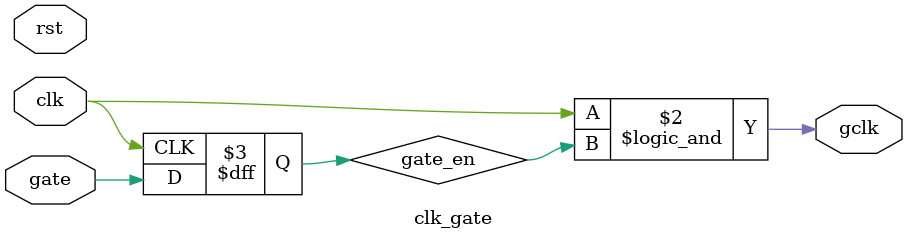
<source format=v>
module clk_gate(
   input clk,
   input rst,
   input gate,
   output gclk
);
   reg gate_en;

   always @(negedge clk) begin
      gate_en <= gate;
   end

   assign gclk = clk && gate_en;
endmodule
</source>
